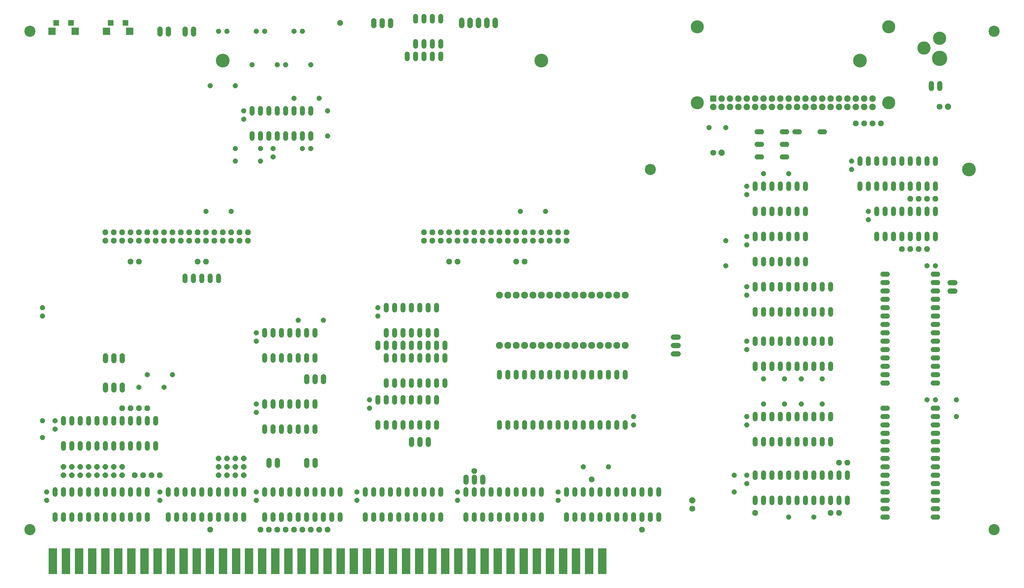
<source format=gts>
G04 EAGLE Gerber RS-274X export*
G75*
%MOMM*%
%FSLAX34Y34*%
%LPD*%
%INSoldermask Top*%
%IPPOS*%
%AMOC8*
5,1,8,0,0,1.08239X$1,22.5*%
G01*
%ADD10C,3.378200*%
%ADD11R,2.565400X7.823200*%
%ADD12C,1.524000*%
%ADD13P,1.759533X8X22.500000*%
%ADD14C,2.108200*%
%ADD15C,1.625600*%
%ADD16C,1.727200*%
%ADD17P,1.649562X8X292.500000*%
%ADD18P,1.649562X8X202.500000*%
%ADD19P,1.649562X8X112.500000*%
%ADD20R,1.727200X1.727200*%
%ADD21R,2.298700X2.298700*%
%ADD22P,1.649562X8X22.500000*%
%ADD23P,1.869504X8X22.500000*%
%ADD24C,4.165600*%
%ADD25P,1.869504X8X202.500000*%
%ADD26R,1.981200X1.981200*%
%ADD27C,1.981200*%
%ADD28C,3.969200*%
%ADD29P,1.951982X8X112.500000*%
%ADD30C,1.803400*%
%ADD31P,1.951982X8X22.500000*%
%ADD32P,1.759533X8X292.500000*%
%ADD33C,4.648200*%
%ADD34C,4.013200*%


D10*
X0Y0D03*
X2921000Y0D03*
X0Y1511300D03*
X2921000Y1511300D03*
X1879600Y1092200D03*
D11*
X941324Y-95250D03*
X901700Y-95250D03*
X980948Y-95250D03*
X1020572Y-95250D03*
X1060196Y-95250D03*
X1099820Y-95250D03*
X1139444Y-95250D03*
X1179068Y-95250D03*
X1218692Y-95250D03*
X1258316Y-95250D03*
X1297940Y-95250D03*
X1337564Y-95250D03*
X1377188Y-95250D03*
X1416812Y-95250D03*
X1456436Y-95250D03*
X1496060Y-95250D03*
X1535684Y-95250D03*
X1575308Y-95250D03*
X1614932Y-95250D03*
X1654556Y-95250D03*
X1694180Y-95250D03*
X1733804Y-95250D03*
X69596Y-95250D03*
X109220Y-95250D03*
X148844Y-95250D03*
X188468Y-95250D03*
X228092Y-95250D03*
X267716Y-95250D03*
X307340Y-95250D03*
X346964Y-95250D03*
X386588Y-95250D03*
X426212Y-95250D03*
X465836Y-95250D03*
X505460Y-95250D03*
X545084Y-95250D03*
X584708Y-95250D03*
X624332Y-95250D03*
X663956Y-95250D03*
X703580Y-95250D03*
X743204Y-95250D03*
X782828Y-95250D03*
X822452Y-95250D03*
X862076Y-95250D03*
D12*
X1016000Y31496D02*
X1016000Y44704D01*
X1041400Y44704D02*
X1041400Y31496D01*
X1168400Y31496D02*
X1168400Y44704D01*
X1193800Y44704D02*
X1193800Y31496D01*
X1066800Y31496D02*
X1066800Y44704D01*
X1092200Y44704D02*
X1092200Y31496D01*
X1143000Y31496D02*
X1143000Y44704D01*
X1117600Y44704D02*
X1117600Y31496D01*
X1219200Y31496D02*
X1219200Y44704D01*
X1244600Y44704D02*
X1244600Y31496D01*
X1244600Y107696D02*
X1244600Y120904D01*
X1219200Y120904D02*
X1219200Y107696D01*
X1193800Y107696D02*
X1193800Y120904D01*
X1168400Y120904D02*
X1168400Y107696D01*
X1143000Y107696D02*
X1143000Y120904D01*
X1117600Y120904D02*
X1117600Y107696D01*
X1092200Y107696D02*
X1092200Y120904D01*
X1066800Y120904D02*
X1066800Y107696D01*
X1041400Y107696D02*
X1041400Y120904D01*
X1016000Y120904D02*
X1016000Y107696D01*
X711200Y44704D02*
X711200Y31496D01*
X736600Y31496D02*
X736600Y44704D01*
X863600Y44704D02*
X863600Y31496D01*
X889000Y31496D02*
X889000Y44704D01*
X762000Y44704D02*
X762000Y31496D01*
X787400Y31496D02*
X787400Y44704D01*
X838200Y44704D02*
X838200Y31496D01*
X812800Y31496D02*
X812800Y44704D01*
X914400Y44704D02*
X914400Y31496D01*
X939800Y31496D02*
X939800Y44704D01*
X939800Y107696D02*
X939800Y120904D01*
X914400Y120904D02*
X914400Y107696D01*
X889000Y107696D02*
X889000Y120904D01*
X863600Y120904D02*
X863600Y107696D01*
X838200Y107696D02*
X838200Y120904D01*
X812800Y120904D02*
X812800Y107696D01*
X787400Y107696D02*
X787400Y120904D01*
X762000Y120904D02*
X762000Y107696D01*
X736600Y107696D02*
X736600Y120904D01*
X711200Y120904D02*
X711200Y107696D01*
X419100Y44704D02*
X419100Y31496D01*
X444500Y31496D02*
X444500Y44704D01*
X571500Y44704D02*
X571500Y31496D01*
X596900Y31496D02*
X596900Y44704D01*
X469900Y44704D02*
X469900Y31496D01*
X495300Y31496D02*
X495300Y44704D01*
X546100Y44704D02*
X546100Y31496D01*
X520700Y31496D02*
X520700Y44704D01*
X622300Y44704D02*
X622300Y31496D01*
X647700Y31496D02*
X647700Y44704D01*
X647700Y107696D02*
X647700Y120904D01*
X622300Y120904D02*
X622300Y107696D01*
X596900Y107696D02*
X596900Y120904D01*
X571500Y120904D02*
X571500Y107696D01*
X546100Y107696D02*
X546100Y120904D01*
X520700Y120904D02*
X520700Y107696D01*
X495300Y107696D02*
X495300Y120904D01*
X469900Y120904D02*
X469900Y107696D01*
X444500Y107696D02*
X444500Y120904D01*
X419100Y120904D02*
X419100Y107696D01*
X1320800Y44704D02*
X1320800Y31496D01*
X1346200Y31496D02*
X1346200Y44704D01*
X1473200Y44704D02*
X1473200Y31496D01*
X1498600Y31496D02*
X1498600Y44704D01*
X1371600Y44704D02*
X1371600Y31496D01*
X1397000Y31496D02*
X1397000Y44704D01*
X1447800Y44704D02*
X1447800Y31496D01*
X1422400Y31496D02*
X1422400Y44704D01*
X1524000Y44704D02*
X1524000Y31496D01*
X1549400Y31496D02*
X1549400Y44704D01*
X1549400Y107696D02*
X1549400Y120904D01*
X1524000Y120904D02*
X1524000Y107696D01*
X1498600Y107696D02*
X1498600Y120904D01*
X1473200Y120904D02*
X1473200Y107696D01*
X1447800Y107696D02*
X1447800Y120904D01*
X1422400Y120904D02*
X1422400Y107696D01*
X1397000Y107696D02*
X1397000Y120904D01*
X1371600Y120904D02*
X1371600Y107696D01*
X1346200Y107696D02*
X1346200Y120904D01*
X1320800Y120904D02*
X1320800Y107696D01*
X101600Y247396D02*
X101600Y260604D01*
X127000Y260604D02*
X127000Y247396D01*
X152400Y247396D02*
X152400Y260604D01*
X177800Y260604D02*
X177800Y247396D01*
X203200Y247396D02*
X203200Y260604D01*
X228600Y260604D02*
X228600Y247396D01*
X254000Y247396D02*
X254000Y260604D01*
X279400Y260604D02*
X279400Y247396D01*
X304800Y247396D02*
X304800Y260604D01*
X330200Y260604D02*
X330200Y247396D01*
X355600Y247396D02*
X355600Y260604D01*
X381000Y260604D02*
X381000Y247396D01*
X381000Y323596D02*
X381000Y336804D01*
X355600Y336804D02*
X355600Y323596D01*
X330200Y323596D02*
X330200Y336804D01*
X304800Y336804D02*
X304800Y323596D01*
X279400Y323596D02*
X279400Y336804D01*
X254000Y336804D02*
X254000Y323596D01*
X228600Y323596D02*
X228600Y336804D01*
X203200Y336804D02*
X203200Y323596D01*
X177800Y323596D02*
X177800Y336804D01*
X152400Y336804D02*
X152400Y323596D01*
X127000Y323596D02*
X127000Y336804D01*
X101600Y336804D02*
X101600Y323596D01*
X1625600Y44704D02*
X1625600Y31496D01*
X1651000Y31496D02*
X1651000Y44704D01*
X1676400Y44704D02*
X1676400Y31496D01*
X1701800Y31496D02*
X1701800Y44704D01*
X1727200Y44704D02*
X1727200Y31496D01*
X1752600Y31496D02*
X1752600Y44704D01*
X1778000Y44704D02*
X1778000Y31496D01*
X1803400Y31496D02*
X1803400Y44704D01*
X1828800Y44704D02*
X1828800Y31496D01*
X1854200Y31496D02*
X1854200Y44704D01*
X1879600Y44704D02*
X1879600Y31496D01*
X1905000Y31496D02*
X1905000Y44704D01*
X1905000Y107696D02*
X1905000Y120904D01*
X1879600Y120904D02*
X1879600Y107696D01*
X1854200Y107696D02*
X1854200Y120904D01*
X1828800Y120904D02*
X1828800Y107696D01*
X1803400Y107696D02*
X1803400Y120904D01*
X1778000Y120904D02*
X1778000Y107696D01*
X1752600Y107696D02*
X1752600Y120904D01*
X1727200Y120904D02*
X1727200Y107696D01*
X1701800Y107696D02*
X1701800Y120904D01*
X1676400Y120904D02*
X1676400Y107696D01*
X1651000Y107696D02*
X1651000Y120904D01*
X1625600Y120904D02*
X1625600Y107696D01*
X76200Y44704D02*
X76200Y31496D01*
X101600Y31496D02*
X101600Y44704D01*
X127000Y44704D02*
X127000Y31496D01*
X152400Y31496D02*
X152400Y44704D01*
X177800Y44704D02*
X177800Y31496D01*
X203200Y31496D02*
X203200Y44704D01*
X228600Y44704D02*
X228600Y31496D01*
X254000Y31496D02*
X254000Y44704D01*
X279400Y44704D02*
X279400Y31496D01*
X304800Y31496D02*
X304800Y44704D01*
X330200Y44704D02*
X330200Y31496D01*
X355600Y31496D02*
X355600Y44704D01*
X355600Y107696D02*
X355600Y120904D01*
X330200Y120904D02*
X330200Y107696D01*
X304800Y107696D02*
X304800Y120904D01*
X279400Y120904D02*
X279400Y107696D01*
X254000Y107696D02*
X254000Y120904D01*
X228600Y120904D02*
X228600Y107696D01*
X203200Y107696D02*
X203200Y120904D01*
X177800Y120904D02*
X177800Y107696D01*
X152400Y107696D02*
X152400Y120904D01*
X127000Y120904D02*
X127000Y107696D01*
X101600Y107696D02*
X101600Y120904D01*
X76200Y120904D02*
X76200Y107696D01*
D13*
X101600Y165100D03*
X101600Y190500D03*
X127000Y165100D03*
X127000Y190500D03*
X152400Y165100D03*
X152400Y190500D03*
X177800Y165100D03*
X177800Y190500D03*
X203200Y165100D03*
X203200Y190500D03*
X228600Y165100D03*
X228600Y190500D03*
X254000Y165100D03*
X254000Y190500D03*
X279400Y165100D03*
X279400Y190500D03*
D14*
X1803400Y711200D03*
X1778000Y711200D03*
X1752600Y711200D03*
X1727200Y711200D03*
X1701800Y711200D03*
X1676400Y711200D03*
X1651000Y711200D03*
X1625600Y711200D03*
X1600200Y711200D03*
X1574800Y711200D03*
X1549400Y711200D03*
X1524000Y711200D03*
X1498600Y711200D03*
X1473200Y711200D03*
X1447800Y711200D03*
X1422400Y711200D03*
X1422400Y558800D03*
X1447800Y558800D03*
X1473200Y558800D03*
X1498600Y558800D03*
X1549400Y558800D03*
X1574800Y558800D03*
X1600200Y558800D03*
X1625600Y558800D03*
X1651000Y558800D03*
X1676400Y558800D03*
X1701800Y558800D03*
X1727200Y558800D03*
X1752600Y558800D03*
X1778000Y558800D03*
X1803400Y558800D03*
X1524000Y558800D03*
D12*
X1168400Y1466596D02*
X1168400Y1479804D01*
X1193800Y1479804D02*
X1193800Y1466596D01*
X1219200Y1466596D02*
X1219200Y1479804D01*
X1244600Y1479804D02*
X1244600Y1466596D01*
X1244600Y1542796D02*
X1244600Y1556004D01*
X1219200Y1556004D02*
X1219200Y1542796D01*
X1193800Y1542796D02*
X1193800Y1556004D01*
X1168400Y1556004D02*
X1168400Y1542796D01*
X1143000Y1441704D02*
X1143000Y1428496D01*
X1168400Y1428496D02*
X1168400Y1441704D01*
X1193800Y1441704D02*
X1193800Y1428496D01*
X1219200Y1428496D02*
X1219200Y1441704D01*
X1244600Y1441704D02*
X1244600Y1428496D01*
D15*
X1948688Y533400D02*
X1962912Y533400D01*
X1962912Y558800D02*
X1948688Y558800D01*
X1948688Y584200D02*
X1962912Y584200D01*
D16*
X1308100Y1529080D02*
X1308100Y1544320D01*
X1333500Y1544320D02*
X1333500Y1529080D01*
X1358900Y1529080D02*
X1358900Y1544320D01*
X1384300Y1544320D02*
X1384300Y1529080D01*
X1409700Y1529080D02*
X1409700Y1544320D01*
D12*
X1803400Y476504D02*
X1803400Y463296D01*
X1778000Y463296D02*
X1778000Y476504D01*
X1651000Y476504D02*
X1651000Y463296D01*
X1625600Y463296D02*
X1625600Y476504D01*
X1752600Y476504D02*
X1752600Y463296D01*
X1727200Y463296D02*
X1727200Y476504D01*
X1676400Y476504D02*
X1676400Y463296D01*
X1701800Y463296D02*
X1701800Y476504D01*
X1600200Y476504D02*
X1600200Y463296D01*
X1574800Y463296D02*
X1574800Y476504D01*
X1549400Y476504D02*
X1549400Y463296D01*
X1524000Y463296D02*
X1524000Y476504D01*
X1498600Y476504D02*
X1498600Y463296D01*
X1473200Y463296D02*
X1473200Y476504D01*
X1447800Y476504D02*
X1447800Y463296D01*
X1422400Y463296D02*
X1422400Y476504D01*
X1422400Y324104D02*
X1422400Y310896D01*
X1447800Y310896D02*
X1447800Y324104D01*
X1473200Y324104D02*
X1473200Y310896D01*
X1498600Y310896D02*
X1498600Y324104D01*
X1524000Y324104D02*
X1524000Y310896D01*
X1549400Y310896D02*
X1549400Y324104D01*
X1574800Y324104D02*
X1574800Y310896D01*
X1600200Y310896D02*
X1600200Y324104D01*
X1625600Y324104D02*
X1625600Y310896D01*
X1651000Y310896D02*
X1651000Y324104D01*
X1676400Y324104D02*
X1676400Y310896D01*
X1701800Y310896D02*
X1701800Y324104D01*
X1727200Y324104D02*
X1727200Y310896D01*
X1752600Y310896D02*
X1752600Y324104D01*
X1778000Y324104D02*
X1778000Y310896D01*
X1803400Y310896D02*
X1803400Y324104D01*
D15*
X1155700Y273812D02*
X1155700Y259588D01*
X1181100Y259588D02*
X1181100Y273812D01*
X1206500Y273812D02*
X1206500Y259588D01*
D12*
X1079500Y590296D02*
X1079500Y603504D01*
X1104900Y603504D02*
X1104900Y590296D01*
X1231900Y590296D02*
X1231900Y603504D01*
X1231900Y666496D02*
X1231900Y679704D01*
X1130300Y603504D02*
X1130300Y590296D01*
X1155700Y590296D02*
X1155700Y603504D01*
X1206500Y603504D02*
X1206500Y590296D01*
X1181100Y590296D02*
X1181100Y603504D01*
X1206500Y666496D02*
X1206500Y679704D01*
X1181100Y679704D02*
X1181100Y666496D01*
X1155700Y666496D02*
X1155700Y679704D01*
X1130300Y679704D02*
X1130300Y666496D01*
X1104900Y666496D02*
X1104900Y679704D01*
X1079500Y679704D02*
X1079500Y666496D01*
X1079500Y451104D02*
X1079500Y437896D01*
X1104900Y437896D02*
X1104900Y451104D01*
X1231900Y451104D02*
X1231900Y437896D01*
X1257300Y437896D02*
X1257300Y451104D01*
X1130300Y451104D02*
X1130300Y437896D01*
X1155700Y437896D02*
X1155700Y451104D01*
X1206500Y451104D02*
X1206500Y437896D01*
X1181100Y437896D02*
X1181100Y451104D01*
X1257300Y514096D02*
X1257300Y527304D01*
X1231900Y527304D02*
X1231900Y514096D01*
X1206500Y514096D02*
X1206500Y527304D01*
X1181100Y527304D02*
X1181100Y514096D01*
X1155700Y514096D02*
X1155700Y527304D01*
X1130300Y527304D02*
X1130300Y514096D01*
X1104900Y514096D02*
X1104900Y527304D01*
X1079500Y527304D02*
X1079500Y514096D01*
X1054100Y552196D02*
X1054100Y565404D01*
X1079500Y565404D02*
X1079500Y552196D01*
X1104900Y552196D02*
X1104900Y565404D01*
X1130300Y565404D02*
X1130300Y552196D01*
X1155700Y552196D02*
X1155700Y565404D01*
X1181100Y565404D02*
X1181100Y552196D01*
X1206500Y552196D02*
X1206500Y565404D01*
X1231900Y565404D02*
X1231900Y552196D01*
X1257300Y552196D02*
X1257300Y565404D01*
X1054100Y324104D02*
X1054100Y310896D01*
X1079500Y310896D02*
X1079500Y324104D01*
X1206500Y324104D02*
X1206500Y310896D01*
X1231900Y310896D02*
X1231900Y324104D01*
X1104900Y324104D02*
X1104900Y310896D01*
X1130300Y310896D02*
X1130300Y324104D01*
X1181100Y324104D02*
X1181100Y310896D01*
X1155700Y310896D02*
X1155700Y324104D01*
X1231900Y387096D02*
X1231900Y400304D01*
X1206500Y400304D02*
X1206500Y387096D01*
X1181100Y387096D02*
X1181100Y400304D01*
X1155700Y400304D02*
X1155700Y387096D01*
X1130300Y387096D02*
X1130300Y400304D01*
X1104900Y400304D02*
X1104900Y387096D01*
X1079500Y387096D02*
X1079500Y400304D01*
X1054100Y400304D02*
X1054100Y387096D01*
D15*
X1320800Y159512D02*
X1320800Y145288D01*
X1346200Y145288D02*
X1346200Y159512D01*
X1371600Y159512D02*
X1371600Y145288D01*
X838200Y450088D02*
X838200Y464312D01*
X863600Y464312D02*
X863600Y450088D01*
X889000Y450088D02*
X889000Y464312D01*
D17*
X38100Y673100D03*
X38100Y647700D03*
X685800Y381000D03*
X685800Y355600D03*
X685800Y596900D03*
X685800Y571500D03*
X2489200Y1117600D03*
X2489200Y1092200D03*
X1054100Y673100D03*
X1054100Y647700D03*
X2540000Y965200D03*
X2540000Y939800D03*
D18*
X2743200Y800100D03*
X2717800Y800100D03*
D17*
X1028700Y393700D03*
X1028700Y368300D03*
X50800Y114300D03*
X50800Y88900D03*
X393700Y114300D03*
X393700Y88900D03*
X990600Y114300D03*
X990600Y88900D03*
X685800Y114300D03*
X685800Y88900D03*
X76200Y330200D03*
X76200Y304800D03*
X1295400Y114300D03*
X1295400Y88900D03*
D19*
X1828800Y317500D03*
X1828800Y342900D03*
D17*
X1600200Y114300D03*
X1600200Y88900D03*
D20*
X124079Y1536446D03*
X79121Y1536446D03*
D21*
X136652Y1511554D03*
X66548Y1511554D03*
D20*
X289179Y1536446D03*
X244221Y1536446D03*
D21*
X301752Y1511554D03*
X231648Y1511554D03*
D15*
X419100Y1518412D02*
X419100Y1504188D01*
X393700Y1504188D02*
X393700Y1518412D01*
X495300Y1518412D02*
X495300Y1504188D01*
X469900Y1504188D02*
X469900Y1518412D01*
D22*
X546100Y1346200D03*
X622300Y1346200D03*
D18*
X596900Y1511300D03*
X571500Y1511300D03*
D22*
X1676400Y190500D03*
X1752600Y190500D03*
D23*
X279400Y368300D03*
X304800Y368300D03*
X330200Y368300D03*
X355600Y368300D03*
X317500Y165100D03*
X939800Y1536700D03*
D18*
X711200Y1511300D03*
X685800Y1511300D03*
D15*
X1041400Y1529588D02*
X1041400Y1543812D01*
X1066800Y1543812D02*
X1066800Y1529588D01*
X1092200Y1529588D02*
X1092200Y1543812D01*
D24*
X2514600Y1422400D03*
X1549400Y1422400D03*
X2844800Y1092200D03*
D25*
X1625600Y901700D03*
X1600200Y901700D03*
X1574800Y901700D03*
X1549400Y901700D03*
X1524000Y901700D03*
X1498600Y901700D03*
X1625600Y876300D03*
X1600200Y876300D03*
X1574800Y876300D03*
X1549400Y876300D03*
X1524000Y876300D03*
X1498600Y876300D03*
X1473200Y901700D03*
X1473200Y876300D03*
X1447800Y901700D03*
X1422400Y901700D03*
X1397000Y901700D03*
X1371600Y901700D03*
X1346200Y901700D03*
X1320800Y901700D03*
X1447800Y876300D03*
X1422400Y876300D03*
X1397000Y876300D03*
X1371600Y876300D03*
X1346200Y876300D03*
X1320800Y876300D03*
X1295400Y901700D03*
X1295400Y876300D03*
X1270000Y901700D03*
X1244600Y901700D03*
X1219200Y901700D03*
X1193800Y901700D03*
X1270000Y876300D03*
X1244600Y876300D03*
X1219200Y876300D03*
X1193800Y876300D03*
D24*
X584200Y1422400D03*
D25*
X660400Y901700D03*
X635000Y901700D03*
X609600Y901700D03*
X584200Y901700D03*
X558800Y901700D03*
X533400Y901700D03*
X660400Y876300D03*
X635000Y876300D03*
X609600Y876300D03*
X584200Y876300D03*
X558800Y876300D03*
X533400Y876300D03*
X508000Y901700D03*
X508000Y876300D03*
X482600Y901700D03*
X457200Y901700D03*
X431800Y901700D03*
X406400Y901700D03*
X381000Y901700D03*
X355600Y901700D03*
X482600Y876300D03*
X457200Y876300D03*
X431800Y876300D03*
X406400Y876300D03*
X381000Y876300D03*
X355600Y876300D03*
X330200Y901700D03*
X330200Y876300D03*
X304800Y901700D03*
X279400Y901700D03*
X254000Y901700D03*
X228600Y901700D03*
X304800Y876300D03*
X279400Y876300D03*
X254000Y876300D03*
X228600Y876300D03*
D23*
X1473200Y812800D03*
X1498600Y812800D03*
X1270000Y812800D03*
X1295400Y812800D03*
X304800Y812800D03*
X330200Y812800D03*
X508000Y812800D03*
X533400Y812800D03*
X901700Y0D03*
X876300Y0D03*
X825500Y0D03*
X800100Y0D03*
X774700Y0D03*
X749300Y0D03*
X698500Y0D03*
X850900Y0D03*
D12*
X2197100Y958596D02*
X2197100Y971804D01*
X2222500Y971804D02*
X2222500Y958596D01*
X2349500Y958596D02*
X2349500Y971804D01*
X2349500Y1034796D02*
X2349500Y1048004D01*
X2247900Y971804D02*
X2247900Y958596D01*
X2273300Y958596D02*
X2273300Y971804D01*
X2324100Y971804D02*
X2324100Y958596D01*
X2298700Y958596D02*
X2298700Y971804D01*
X2324100Y1034796D02*
X2324100Y1048004D01*
X2298700Y1048004D02*
X2298700Y1034796D01*
X2273300Y1034796D02*
X2273300Y1048004D01*
X2247900Y1048004D02*
X2247900Y1034796D01*
X2222500Y1034796D02*
X2222500Y1048004D01*
X2197100Y1048004D02*
X2197100Y1034796D01*
X2197100Y819404D02*
X2197100Y806196D01*
X2222500Y806196D02*
X2222500Y819404D01*
X2349500Y819404D02*
X2349500Y806196D01*
X2349500Y882396D02*
X2349500Y895604D01*
X2247900Y819404D02*
X2247900Y806196D01*
X2273300Y806196D02*
X2273300Y819404D01*
X2324100Y819404D02*
X2324100Y806196D01*
X2298700Y806196D02*
X2298700Y819404D01*
X2324100Y882396D02*
X2324100Y895604D01*
X2298700Y895604D02*
X2298700Y882396D01*
X2273300Y882396D02*
X2273300Y895604D01*
X2247900Y895604D02*
X2247900Y882396D01*
X2222500Y882396D02*
X2222500Y895604D01*
X2197100Y895604D02*
X2197100Y882396D01*
X2197100Y273304D02*
X2197100Y260096D01*
X2222500Y260096D02*
X2222500Y273304D01*
X2349500Y273304D02*
X2349500Y260096D01*
X2374900Y260096D02*
X2374900Y273304D01*
X2247900Y273304D02*
X2247900Y260096D01*
X2273300Y260096D02*
X2273300Y273304D01*
X2324100Y273304D02*
X2324100Y260096D01*
X2298700Y260096D02*
X2298700Y273304D01*
X2400300Y273304D02*
X2400300Y260096D01*
X2425700Y260096D02*
X2425700Y273304D01*
X2425700Y336296D02*
X2425700Y349504D01*
X2400300Y349504D02*
X2400300Y336296D01*
X2374900Y336296D02*
X2374900Y349504D01*
X2349500Y349504D02*
X2349500Y336296D01*
X2324100Y336296D02*
X2324100Y349504D01*
X2298700Y349504D02*
X2298700Y336296D01*
X2273300Y336296D02*
X2273300Y349504D01*
X2247900Y349504D02*
X2247900Y336296D01*
X2222500Y336296D02*
X2222500Y349504D01*
X2197100Y349504D02*
X2197100Y336296D01*
X2197100Y653796D02*
X2197100Y667004D01*
X2222500Y667004D02*
X2222500Y653796D01*
X2349500Y653796D02*
X2349500Y667004D01*
X2374900Y667004D02*
X2374900Y653796D01*
X2247900Y653796D02*
X2247900Y667004D01*
X2273300Y667004D02*
X2273300Y653796D01*
X2324100Y653796D02*
X2324100Y667004D01*
X2298700Y667004D02*
X2298700Y653796D01*
X2400300Y653796D02*
X2400300Y667004D01*
X2425700Y667004D02*
X2425700Y653796D01*
X2425700Y729996D02*
X2425700Y743204D01*
X2400300Y743204D02*
X2400300Y729996D01*
X2374900Y729996D02*
X2374900Y743204D01*
X2349500Y743204D02*
X2349500Y729996D01*
X2324100Y729996D02*
X2324100Y743204D01*
X2298700Y743204D02*
X2298700Y729996D01*
X2273300Y729996D02*
X2273300Y743204D01*
X2247900Y743204D02*
X2247900Y729996D01*
X2222500Y729996D02*
X2222500Y743204D01*
X2197100Y743204D02*
X2197100Y729996D01*
X2197100Y501904D02*
X2197100Y488696D01*
X2222500Y488696D02*
X2222500Y501904D01*
X2349500Y501904D02*
X2349500Y488696D01*
X2374900Y488696D02*
X2374900Y501904D01*
X2247900Y501904D02*
X2247900Y488696D01*
X2273300Y488696D02*
X2273300Y501904D01*
X2324100Y501904D02*
X2324100Y488696D01*
X2298700Y488696D02*
X2298700Y501904D01*
X2400300Y501904D02*
X2400300Y488696D01*
X2425700Y488696D02*
X2425700Y501904D01*
X2425700Y564896D02*
X2425700Y578104D01*
X2400300Y578104D02*
X2400300Y564896D01*
X2374900Y564896D02*
X2374900Y578104D01*
X2349500Y578104D02*
X2349500Y564896D01*
X2324100Y564896D02*
X2324100Y578104D01*
X2298700Y578104D02*
X2298700Y564896D01*
X2273300Y564896D02*
X2273300Y578104D01*
X2247900Y578104D02*
X2247900Y564896D01*
X2222500Y564896D02*
X2222500Y578104D01*
X2197100Y578104D02*
X2197100Y564896D01*
D17*
X2108200Y876300D03*
X2108200Y800100D03*
D12*
X2197100Y95504D02*
X2197100Y82296D01*
X2222500Y82296D02*
X2222500Y95504D01*
X2247900Y95504D02*
X2247900Y82296D01*
X2273300Y82296D02*
X2273300Y95504D01*
X2298700Y95504D02*
X2298700Y82296D01*
X2324100Y82296D02*
X2324100Y95504D01*
X2349500Y95504D02*
X2349500Y82296D01*
X2374900Y82296D02*
X2374900Y95504D01*
X2400300Y95504D02*
X2400300Y82296D01*
X2425700Y82296D02*
X2425700Y95504D01*
X2451100Y95504D02*
X2451100Y82296D01*
X2476500Y82296D02*
X2476500Y95504D01*
X2476500Y158496D02*
X2476500Y171704D01*
X2451100Y171704D02*
X2451100Y158496D01*
X2425700Y158496D02*
X2425700Y171704D01*
X2400300Y171704D02*
X2400300Y158496D01*
X2374900Y158496D02*
X2374900Y171704D01*
X2349500Y171704D02*
X2349500Y158496D01*
X2324100Y158496D02*
X2324100Y171704D01*
X2298700Y171704D02*
X2298700Y158496D01*
X2273300Y158496D02*
X2273300Y171704D01*
X2247900Y171704D02*
X2247900Y158496D01*
X2222500Y158496D02*
X2222500Y171704D01*
X2197100Y171704D02*
X2197100Y158496D01*
D26*
X2070100Y1307400D03*
D27*
X2070100Y1282000D03*
X2095500Y1307400D03*
X2095500Y1282000D03*
X2120900Y1307400D03*
X2120900Y1282000D03*
X2146300Y1307400D03*
X2146300Y1282000D03*
X2171700Y1307400D03*
X2171700Y1282000D03*
X2197100Y1307400D03*
X2197100Y1282000D03*
X2222500Y1307400D03*
X2222500Y1282000D03*
X2247900Y1307400D03*
X2247900Y1282000D03*
X2273300Y1307400D03*
X2273300Y1282000D03*
X2298700Y1307400D03*
X2298700Y1282000D03*
X2324100Y1307400D03*
X2324100Y1282000D03*
X2349500Y1307400D03*
X2349500Y1282000D03*
X2374900Y1307400D03*
X2374900Y1282000D03*
X2400300Y1307400D03*
X2400300Y1282000D03*
X2425700Y1307400D03*
X2425700Y1282000D03*
X2451100Y1307400D03*
X2451100Y1282000D03*
X2476500Y1307400D03*
X2476500Y1282000D03*
X2501900Y1307400D03*
X2501900Y1282000D03*
X2527300Y1307400D03*
X2527300Y1282000D03*
X2552700Y1307400D03*
X2552700Y1282000D03*
D28*
X2021400Y1524700D03*
X2021400Y1294700D03*
X2601400Y1294700D03*
X2601400Y1524700D03*
D17*
X2400300Y457200D03*
X2400300Y381000D03*
X2336800Y457200D03*
X2336800Y381000D03*
X2286000Y457200D03*
X2286000Y381000D03*
X2222500Y457200D03*
X2222500Y381000D03*
D12*
X2317496Y1206500D02*
X2330704Y1206500D01*
X2393696Y1206500D02*
X2406904Y1206500D01*
X2292604Y1206500D02*
X2279396Y1206500D01*
X2216404Y1206500D02*
X2203196Y1206500D01*
X2279396Y1168400D02*
X2292604Y1168400D01*
X2216404Y1168400D02*
X2203196Y1168400D01*
X2279396Y1130300D02*
X2292604Y1130300D01*
X2216404Y1130300D02*
X2203196Y1130300D01*
D17*
X2171700Y1041400D03*
X2171700Y1016000D03*
X2171700Y889000D03*
X2171700Y863600D03*
X2171700Y571500D03*
X2171700Y546100D03*
X2171700Y736600D03*
X2171700Y711200D03*
X2171700Y342900D03*
X2171700Y317500D03*
X2171700Y165100D03*
X2171700Y139700D03*
D23*
X1701800Y152400D03*
X1854200Y0D03*
X2451100Y50800D03*
X2476500Y203200D03*
X2451100Y203200D03*
D29*
X2006600Y88900D03*
D30*
X2006600Y63500D03*
D31*
X2095500Y1143000D03*
D30*
X2070100Y1143000D03*
D23*
X2425700Y50800D03*
X2197100Y50800D03*
D12*
X2584196Y368300D02*
X2597404Y368300D01*
X2597404Y342900D02*
X2584196Y342900D01*
X2584196Y317500D02*
X2597404Y317500D01*
X2597404Y292100D02*
X2584196Y292100D01*
X2584196Y266700D02*
X2597404Y266700D01*
X2597404Y241300D02*
X2584196Y241300D01*
X2584196Y215900D02*
X2597404Y215900D01*
X2597404Y190500D02*
X2584196Y190500D01*
X2584196Y165100D02*
X2597404Y165100D01*
X2597404Y139700D02*
X2584196Y139700D01*
X2584196Y114300D02*
X2597404Y114300D01*
X2597404Y88900D02*
X2584196Y88900D01*
X2584196Y63500D02*
X2597404Y63500D01*
X2597404Y38100D02*
X2584196Y38100D01*
X2736596Y38100D02*
X2749804Y38100D01*
X2749804Y63500D02*
X2736596Y63500D01*
X2736596Y88900D02*
X2749804Y88900D01*
X2749804Y114300D02*
X2736596Y114300D01*
X2736596Y139700D02*
X2749804Y139700D01*
X2749804Y165100D02*
X2736596Y165100D01*
X2736596Y190500D02*
X2749804Y190500D01*
X2749804Y215900D02*
X2736596Y215900D01*
X2736596Y241300D02*
X2749804Y241300D01*
X2749804Y266700D02*
X2736596Y266700D01*
X2736596Y292100D02*
X2749804Y292100D01*
X2749804Y317500D02*
X2736596Y317500D01*
X2736596Y342900D02*
X2749804Y342900D01*
X2749804Y368300D02*
X2736596Y368300D01*
D18*
X2743200Y393700D03*
X2717800Y393700D03*
X2298700Y1079500D03*
X2222500Y1079500D03*
D12*
X2514600Y1048004D02*
X2514600Y1034796D01*
X2540000Y1034796D02*
X2540000Y1048004D01*
X2667000Y1048004D02*
X2667000Y1034796D01*
X2692400Y1034796D02*
X2692400Y1048004D01*
X2565400Y1048004D02*
X2565400Y1034796D01*
X2590800Y1034796D02*
X2590800Y1048004D01*
X2641600Y1048004D02*
X2641600Y1034796D01*
X2616200Y1034796D02*
X2616200Y1048004D01*
X2717800Y1048004D02*
X2717800Y1034796D01*
X2743200Y1034796D02*
X2743200Y1048004D01*
X2743200Y1110996D02*
X2743200Y1124204D01*
X2717800Y1124204D02*
X2717800Y1110996D01*
X2692400Y1110996D02*
X2692400Y1124204D01*
X2667000Y1124204D02*
X2667000Y1110996D01*
X2641600Y1110996D02*
X2641600Y1124204D01*
X2616200Y1124204D02*
X2616200Y1110996D01*
X2590800Y1110996D02*
X2590800Y1124204D01*
X2565400Y1124204D02*
X2565400Y1110996D01*
X2540000Y1110996D02*
X2540000Y1124204D01*
X2514600Y1124204D02*
X2514600Y1110996D01*
D22*
X2057400Y1219200D03*
X2108200Y1219200D03*
D17*
X2806700Y393700D03*
X2806700Y342900D03*
X38100Y330200D03*
X38100Y279400D03*
X2133600Y165100D03*
X2133600Y114300D03*
D18*
X2374900Y38100D03*
X2298700Y38100D03*
X825500Y1511300D03*
X800100Y1511300D03*
D12*
X673100Y1200404D02*
X673100Y1187196D01*
X698500Y1187196D02*
X698500Y1200404D01*
X825500Y1200404D02*
X825500Y1187196D01*
X850900Y1187196D02*
X850900Y1200404D01*
X723900Y1200404D02*
X723900Y1187196D01*
X749300Y1187196D02*
X749300Y1200404D01*
X800100Y1200404D02*
X800100Y1187196D01*
X774700Y1187196D02*
X774700Y1200404D01*
X850900Y1263396D02*
X850900Y1276604D01*
X825500Y1276604D02*
X825500Y1263396D01*
X800100Y1263396D02*
X800100Y1276604D01*
X774700Y1276604D02*
X774700Y1263396D01*
X749300Y1263396D02*
X749300Y1276604D01*
X723900Y1276604D02*
X723900Y1263396D01*
X698500Y1263396D02*
X698500Y1276604D01*
X673100Y1276604D02*
X673100Y1263396D01*
D18*
X698500Y1155700D03*
X622300Y1155700D03*
D19*
X736600Y1130300D03*
X736600Y1155700D03*
D18*
X698500Y1117600D03*
X622300Y1117600D03*
D22*
X673100Y1409700D03*
X749300Y1409700D03*
X800100Y1308100D03*
X876300Y1308100D03*
X825500Y1155700D03*
X850900Y1155700D03*
D19*
X901700Y1193800D03*
X901700Y1270000D03*
D22*
X774700Y1409700D03*
X850900Y1409700D03*
D17*
X647700Y1270000D03*
X647700Y1244600D03*
D32*
X571500Y215900D03*
X596900Y215900D03*
X571500Y190500D03*
X596900Y190500D03*
X571500Y165100D03*
X596900Y165100D03*
X622300Y215900D03*
X647700Y215900D03*
X622300Y190500D03*
X647700Y190500D03*
X622300Y165100D03*
X647700Y165100D03*
D12*
X711200Y298196D02*
X711200Y311404D01*
X736600Y311404D02*
X736600Y298196D01*
X863600Y298196D02*
X863600Y311404D01*
X863600Y374396D02*
X863600Y387604D01*
X762000Y311404D02*
X762000Y298196D01*
X787400Y298196D02*
X787400Y311404D01*
X838200Y311404D02*
X838200Y298196D01*
X812800Y298196D02*
X812800Y311404D01*
X838200Y374396D02*
X838200Y387604D01*
X812800Y387604D02*
X812800Y374396D01*
X787400Y374396D02*
X787400Y387604D01*
X762000Y387604D02*
X762000Y374396D01*
X736600Y374396D02*
X736600Y387604D01*
X711200Y387604D02*
X711200Y374396D01*
X711200Y514096D02*
X711200Y527304D01*
X736600Y527304D02*
X736600Y514096D01*
X863600Y514096D02*
X863600Y527304D01*
X863600Y590296D02*
X863600Y603504D01*
X762000Y527304D02*
X762000Y514096D01*
X787400Y514096D02*
X787400Y527304D01*
X838200Y527304D02*
X838200Y514096D01*
X812800Y514096D02*
X812800Y527304D01*
X838200Y590296D02*
X838200Y603504D01*
X812800Y603504D02*
X812800Y590296D01*
X787400Y590296D02*
X787400Y603504D01*
X762000Y603504D02*
X762000Y590296D01*
X736600Y590296D02*
X736600Y603504D01*
X711200Y603504D02*
X711200Y590296D01*
D15*
X723900Y210312D02*
X723900Y196088D01*
X749300Y196088D02*
X749300Y210312D01*
D12*
X2565400Y882396D02*
X2565400Y895604D01*
X2590800Y895604D02*
X2590800Y882396D01*
X2717800Y882396D02*
X2717800Y895604D01*
X2743200Y895604D02*
X2743200Y882396D01*
X2616200Y882396D02*
X2616200Y895604D01*
X2641600Y895604D02*
X2641600Y882396D01*
X2692400Y882396D02*
X2692400Y895604D01*
X2667000Y895604D02*
X2667000Y882396D01*
X2743200Y958596D02*
X2743200Y971804D01*
X2717800Y971804D02*
X2717800Y958596D01*
X2692400Y958596D02*
X2692400Y971804D01*
X2667000Y971804D02*
X2667000Y958596D01*
X2641600Y958596D02*
X2641600Y971804D01*
X2616200Y971804D02*
X2616200Y958596D01*
X2590800Y958596D02*
X2590800Y971804D01*
X2565400Y971804D02*
X2565400Y958596D01*
X2584196Y774700D02*
X2597404Y774700D01*
X2597404Y749300D02*
X2584196Y749300D01*
X2584196Y723900D02*
X2597404Y723900D01*
X2597404Y698500D02*
X2584196Y698500D01*
X2584196Y673100D02*
X2597404Y673100D01*
X2597404Y647700D02*
X2584196Y647700D01*
X2584196Y622300D02*
X2597404Y622300D01*
X2597404Y596900D02*
X2584196Y596900D01*
X2584196Y571500D02*
X2597404Y571500D01*
X2597404Y546100D02*
X2584196Y546100D01*
X2584196Y520700D02*
X2597404Y520700D01*
X2597404Y495300D02*
X2584196Y495300D01*
X2584196Y469900D02*
X2597404Y469900D01*
X2597404Y444500D02*
X2584196Y444500D01*
X2736596Y444500D02*
X2749804Y444500D01*
X2749804Y469900D02*
X2736596Y469900D01*
X2736596Y495300D02*
X2749804Y495300D01*
X2749804Y520700D02*
X2736596Y520700D01*
X2736596Y546100D02*
X2749804Y546100D01*
X2749804Y571500D02*
X2736596Y571500D01*
X2736596Y596900D02*
X2749804Y596900D01*
X2749804Y622300D02*
X2736596Y622300D01*
X2736596Y647700D02*
X2749804Y647700D01*
X2749804Y673100D02*
X2736596Y673100D01*
X2736596Y698500D02*
X2749804Y698500D01*
X2749804Y723900D02*
X2736596Y723900D01*
X2736596Y749300D02*
X2749804Y749300D01*
X2749804Y774700D02*
X2736596Y774700D01*
D15*
X2786888Y723900D02*
X2801112Y723900D01*
X2801112Y749300D02*
X2786888Y749300D01*
D23*
X723900Y0D03*
D15*
X838200Y196088D02*
X838200Y210312D01*
X863600Y210312D02*
X863600Y196088D01*
D18*
X889000Y635000D03*
X812800Y635000D03*
D12*
X571500Y755396D02*
X571500Y768604D01*
X546100Y768604D02*
X546100Y755396D01*
X520700Y755396D02*
X520700Y768604D01*
X495300Y768604D02*
X495300Y755396D01*
X469900Y755396D02*
X469900Y768604D01*
D15*
X2730500Y1339088D02*
X2730500Y1353312D01*
X2755900Y1353312D02*
X2755900Y1339088D01*
D33*
X2755900Y1429500D03*
D34*
X2755900Y1490500D03*
X2707900Y1460500D03*
D31*
X2781300Y1282700D03*
D30*
X2755900Y1282700D03*
D23*
X2578100Y1231900D03*
X2552700Y1231900D03*
X2527300Y1231900D03*
X2501900Y1231900D03*
D18*
X609600Y965200D03*
X533400Y965200D03*
X1562100Y965200D03*
X1485900Y965200D03*
D23*
X2667000Y1003300D03*
X2692400Y1003300D03*
X2641600Y850900D03*
X2667000Y850900D03*
X2743200Y1003300D03*
X2717800Y1003300D03*
X2717800Y850900D03*
X2692400Y850900D03*
X546100Y0D03*
D15*
X228600Y513588D02*
X228600Y527812D01*
X254000Y527812D02*
X254000Y513588D01*
X279400Y513588D02*
X279400Y527812D01*
X228600Y438912D02*
X228600Y424688D01*
X254000Y424688D02*
X254000Y438912D01*
X279400Y438912D02*
X279400Y424688D01*
D23*
X1346200Y177800D03*
X368300Y165100D03*
X393700Y165100D03*
X342900Y165100D03*
D22*
X330200Y431800D03*
X406400Y431800D03*
X355600Y469900D03*
X431800Y469900D03*
M02*

</source>
